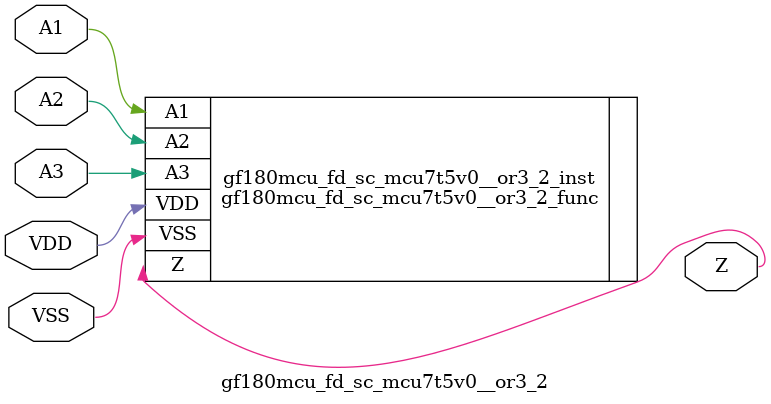
<source format=v>

module gf180mcu_fd_sc_mcu7t5v0__or3_2( A1, A2, A3, Z, VDD, VSS );
input A1, A2, A3;
inout VDD, VSS;
output Z;

   `ifdef FUNCTIONAL  //  functional //

	gf180mcu_fd_sc_mcu7t5v0__or3_2_func gf180mcu_fd_sc_mcu7t5v0__or3_2_behav_inst(.A1(A1),.A2(A2),.A3(A3),.Z(Z),.VDD(VDD),.VSS(VSS));

   `else

	gf180mcu_fd_sc_mcu7t5v0__or3_2_func gf180mcu_fd_sc_mcu7t5v0__or3_2_inst(.A1(A1),.A2(A2),.A3(A3),.Z(Z),.VDD(VDD),.VSS(VSS));

	// spec_gates_begin


	// spec_gates_end



   specify

	// specify_block_begin

	// comb arc A1 --> Z
	 (A1 => Z) = (1.0,1.0);

	// comb arc A2 --> Z
	 (A2 => Z) = (1.0,1.0);

	// comb arc A3 --> Z
	 (A3 => Z) = (1.0,1.0);

	// specify_block_end

   endspecify

   `endif

endmodule

</source>
